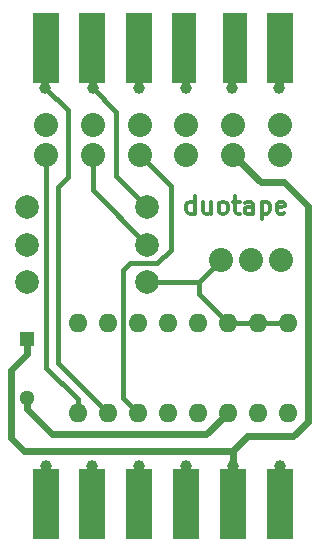
<source format=gtl>
G04 #@! TF.FileFunction,Copper,L1,Top,Signal*
%FSLAX46Y46*%
G04 Gerber Fmt 4.6, Leading zero omitted, Abs format (unit mm)*
G04 Created by KiCad (PCBNEW 4.0.5) date 12/24/17 14:42:58*
%MOMM*%
%LPD*%
G01*
G04 APERTURE LIST*
%ADD10C,0.100000*%
%ADD11C,0.300000*%
%ADD12C,1.998980*%
%ADD13R,2.250000X6.000000*%
%ADD14R,1.300000X1.300000*%
%ADD15C,1.300000*%
%ADD16R,2.050000X6.000000*%
%ADD17O,1.600000X1.600000*%
%ADD18C,2.032000*%
%ADD19C,1.000000*%
%ADD20C,0.600000*%
%ADD21C,0.400000*%
G04 APERTURE END LIST*
D10*
D11*
X126456714Y-92626571D02*
X126456714Y-91126571D01*
X126456714Y-92555143D02*
X126313857Y-92626571D01*
X126028143Y-92626571D01*
X125885285Y-92555143D01*
X125813857Y-92483714D01*
X125742428Y-92340857D01*
X125742428Y-91912286D01*
X125813857Y-91769429D01*
X125885285Y-91698000D01*
X126028143Y-91626571D01*
X126313857Y-91626571D01*
X126456714Y-91698000D01*
X127813857Y-91626571D02*
X127813857Y-92626571D01*
X127171000Y-91626571D02*
X127171000Y-92412286D01*
X127242428Y-92555143D01*
X127385286Y-92626571D01*
X127599571Y-92626571D01*
X127742428Y-92555143D01*
X127813857Y-92483714D01*
X128742429Y-92626571D02*
X128599571Y-92555143D01*
X128528143Y-92483714D01*
X128456714Y-92340857D01*
X128456714Y-91912286D01*
X128528143Y-91769429D01*
X128599571Y-91698000D01*
X128742429Y-91626571D01*
X128956714Y-91626571D01*
X129099571Y-91698000D01*
X129171000Y-91769429D01*
X129242429Y-91912286D01*
X129242429Y-92340857D01*
X129171000Y-92483714D01*
X129099571Y-92555143D01*
X128956714Y-92626571D01*
X128742429Y-92626571D01*
X129671000Y-91626571D02*
X130242429Y-91626571D01*
X129885286Y-91126571D02*
X129885286Y-92412286D01*
X129956714Y-92555143D01*
X130099572Y-92626571D01*
X130242429Y-92626571D01*
X131385286Y-92626571D02*
X131385286Y-91840857D01*
X131313857Y-91698000D01*
X131171000Y-91626571D01*
X130885286Y-91626571D01*
X130742429Y-91698000D01*
X131385286Y-92555143D02*
X131242429Y-92626571D01*
X130885286Y-92626571D01*
X130742429Y-92555143D01*
X130671000Y-92412286D01*
X130671000Y-92269429D01*
X130742429Y-92126571D01*
X130885286Y-92055143D01*
X131242429Y-92055143D01*
X131385286Y-91983714D01*
X132099572Y-91626571D02*
X132099572Y-93126571D01*
X132099572Y-91698000D02*
X132242429Y-91626571D01*
X132528143Y-91626571D01*
X132671000Y-91698000D01*
X132742429Y-91769429D01*
X132813858Y-91912286D01*
X132813858Y-92340857D01*
X132742429Y-92483714D01*
X132671000Y-92555143D01*
X132528143Y-92626571D01*
X132242429Y-92626571D01*
X132099572Y-92555143D01*
X134028143Y-92555143D02*
X133885286Y-92626571D01*
X133599572Y-92626571D01*
X133456715Y-92555143D01*
X133385286Y-92412286D01*
X133385286Y-91840857D01*
X133456715Y-91698000D01*
X133599572Y-91626571D01*
X133885286Y-91626571D01*
X134028143Y-91698000D01*
X134099572Y-91840857D01*
X134099572Y-91983714D01*
X133385286Y-92126571D01*
D12*
X112268000Y-92075000D03*
X122428000Y-92075000D03*
D13*
X133633000Y-117254000D03*
X129670600Y-117254000D03*
X125708200Y-117254000D03*
X121745800Y-117254000D03*
X117783400Y-117254000D03*
X113821000Y-117254000D03*
D14*
X112268000Y-103251000D03*
D15*
X112268000Y-108251000D03*
D13*
X133633000Y-78654000D03*
D16*
X129870600Y-78654000D03*
X125508200Y-78654000D03*
D13*
X121745800Y-78654000D03*
X117783400Y-78654000D03*
X113821000Y-78654000D03*
D12*
X112268000Y-98425000D03*
X122428000Y-98425000D03*
X112268000Y-95250000D03*
X122428000Y-95250000D03*
D17*
X116540000Y-109500000D03*
X119080000Y-109500000D03*
X121620000Y-109500000D03*
X124160000Y-109500000D03*
X126700000Y-109500000D03*
X129240000Y-109500000D03*
X131780000Y-109500000D03*
X134320000Y-109500000D03*
X134320000Y-101880000D03*
X131780000Y-101880000D03*
X129240000Y-101880000D03*
X126700000Y-101880000D03*
X124160000Y-101880000D03*
X121620000Y-101880000D03*
X119080000Y-101880000D03*
X116540000Y-101880000D03*
D18*
X133656000Y-87670000D03*
X129693600Y-87670000D03*
X125731200Y-87670000D03*
X121768800Y-87670000D03*
X117806400Y-87670000D03*
X113844000Y-87670000D03*
X133656000Y-85130000D03*
X129693600Y-85130000D03*
X125731200Y-85130000D03*
X121768800Y-85130000D03*
X117806400Y-85130000D03*
X113844000Y-85130000D03*
X128651000Y-96520000D03*
X131191000Y-96520000D03*
X133731000Y-96520000D03*
D19*
X129670600Y-114000000D03*
X129600000Y-82000000D03*
X133633000Y-114000000D03*
X133600000Y-82000000D03*
X125700000Y-114000000D03*
X125700000Y-82000000D03*
X121745800Y-114000000D03*
X117783400Y-114000000D03*
X113821000Y-114000000D03*
X121700000Y-82000000D03*
X117800000Y-82000000D03*
X113800000Y-82000000D03*
D20*
X136000000Y-110300000D02*
X136000000Y-92000000D01*
X136000000Y-92000000D02*
X134000000Y-90000000D01*
X134800000Y-111500000D02*
X136000000Y-110300000D01*
X129670600Y-114000000D02*
X129670600Y-117254000D01*
X129670600Y-112700000D02*
X129683511Y-112700000D01*
X129683511Y-112700000D02*
X130883511Y-111500000D01*
X130883511Y-111500000D02*
X134800000Y-111500000D01*
X134000000Y-90000000D02*
X132023600Y-90000000D01*
X132023600Y-90000000D02*
X129693600Y-87670000D01*
X129670600Y-117254000D02*
X129670600Y-112700000D01*
X110900000Y-111600000D02*
X112000000Y-112700000D01*
X112000000Y-112700000D02*
X129670600Y-112700000D01*
X110900000Y-105869000D02*
X110900000Y-111600000D01*
X112268000Y-103251000D02*
X112268000Y-104501000D01*
X112268000Y-104501000D02*
X110900000Y-105869000D01*
X129600000Y-82000000D02*
X129600000Y-78724600D01*
X129600000Y-78724600D02*
X129670600Y-78654000D01*
X133633000Y-117254000D02*
X133633000Y-114000000D01*
X114397762Y-111300000D02*
X127440000Y-111300000D01*
X127440000Y-111300000D02*
X129240000Y-109500000D01*
X112268000Y-108251000D02*
X112268000Y-109170238D01*
X112268000Y-109170238D02*
X114397762Y-111300000D01*
X133633000Y-78654000D02*
X133633000Y-81967000D01*
X133633000Y-81967000D02*
X133600000Y-82000000D01*
X125708200Y-117254000D02*
X125708200Y-114008200D01*
X125708200Y-114008200D02*
X125700000Y-114000000D01*
D21*
X125708200Y-78654000D02*
X125708200Y-81991800D01*
X125708200Y-81991800D02*
X125700000Y-82000000D01*
X121745800Y-117254000D02*
X121745800Y-114000000D01*
X117783400Y-117254000D02*
X117783400Y-114000000D01*
X113821000Y-117254000D02*
X113821000Y-114000000D01*
X121700000Y-82000000D02*
X121700000Y-78699800D01*
X121700000Y-78699800D02*
X121745800Y-78654000D01*
X122428000Y-92075000D02*
X119800000Y-89447000D01*
X119800000Y-89447000D02*
X119800000Y-84000000D01*
X119800000Y-84000000D02*
X117800000Y-82000000D01*
X117783400Y-78654000D02*
X117783400Y-81983400D01*
X117783400Y-81983400D02*
X117800000Y-82000000D01*
X113800000Y-82000000D02*
X115700000Y-83900000D01*
X115700000Y-83900000D02*
X115700000Y-89520229D01*
X115700000Y-89520229D02*
X114844265Y-90375964D01*
X114844265Y-105264265D02*
X119080000Y-109500000D01*
X114844265Y-90375964D02*
X114844265Y-105264265D01*
X113800000Y-82000000D02*
X113800000Y-78675000D01*
X113800000Y-78675000D02*
X113821000Y-78654000D01*
X121768800Y-87670000D02*
X124398800Y-90300000D01*
X120358375Y-97446625D02*
X120358375Y-108238375D01*
X120358375Y-108238375D02*
X121620000Y-109500000D01*
X124398800Y-90300000D02*
X124398800Y-95692200D01*
X124398800Y-95692200D02*
X123238285Y-96852715D01*
X123238285Y-96852715D02*
X120952285Y-96852715D01*
X120952285Y-96852715D02*
X120358375Y-97446625D01*
X122428000Y-95250000D02*
X117806400Y-90628400D01*
X117806400Y-90628400D02*
X117806400Y-87670000D01*
X116540000Y-109500000D02*
X116540000Y-108368630D01*
X116540000Y-108368630D02*
X113844000Y-105672630D01*
X113844000Y-105672630D02*
X113844000Y-87670000D01*
X126771000Y-98400000D02*
X126873000Y-98298000D01*
X122428000Y-98425000D02*
X126746000Y-98425000D01*
X126873000Y-98298000D02*
X128651000Y-96520000D01*
X126746000Y-98425000D02*
X126873000Y-98298000D01*
X126771000Y-98400000D02*
X126771000Y-99411000D01*
X126771000Y-99411000D02*
X129240000Y-101880000D01*
X134320000Y-101880000D02*
X131780000Y-101880000D01*
X129240000Y-101880000D02*
X131780000Y-101880000D01*
M02*

</source>
